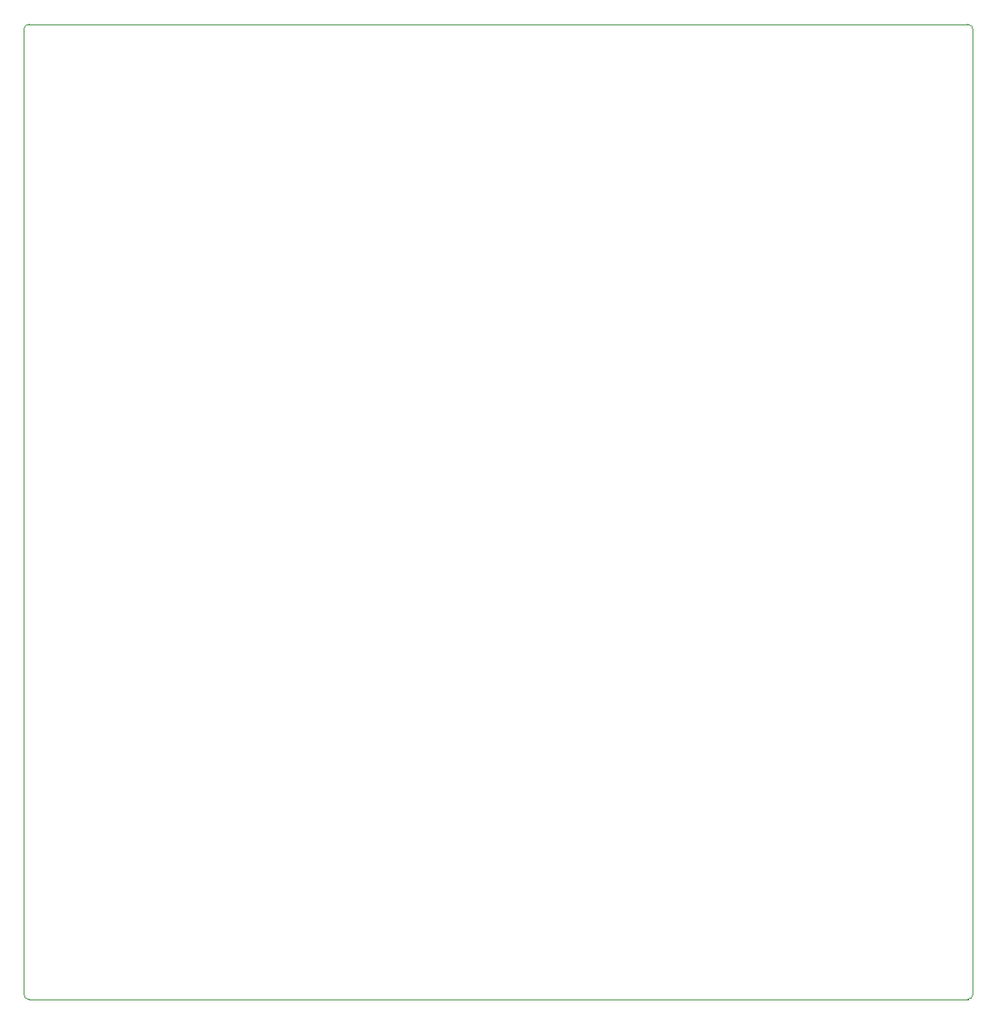
<source format=gbr>
G04 #@! TF.GenerationSoftware,KiCad,Pcbnew,7.0.9*
G04 #@! TF.CreationDate,2024-01-28T19:38:39+01:00*
G04 #@! TF.ProjectId,Labor Netzteil,4c61626f-7220-44e6-9574-7a7465696c2e,rev?*
G04 #@! TF.SameCoordinates,Original*
G04 #@! TF.FileFunction,Profile,NP*
%FSLAX46Y46*%
G04 Gerber Fmt 4.6, Leading zero omitted, Abs format (unit mm)*
G04 Created by KiCad (PCBNEW 7.0.9) date 2024-01-28 19:38:39*
%MOMM*%
%LPD*%
G01*
G04 APERTURE LIST*
G04 #@! TA.AperFunction,Profile*
%ADD10C,0.050000*%
G04 #@! TD*
G04 APERTURE END LIST*
D10*
X193810000Y-134620000D02*
G75*
G03*
X194310000Y-134120000I0J500000D01*
G01*
X99060000Y-134120000D02*
G75*
G03*
X99560000Y-134620000I500000J0D01*
G01*
X99560000Y-36830000D02*
G75*
G03*
X99060000Y-37330000I0J-500000D01*
G01*
X194310000Y-37330000D02*
G75*
G03*
X193810000Y-36830000I-500000J0D01*
G01*
X194310000Y-37330000D02*
X194310000Y-134120000D01*
X99060000Y-134120000D02*
X99060000Y-37330000D01*
X99560000Y-36830000D02*
X193810000Y-36830000D01*
X193810000Y-134620000D02*
X99560000Y-134620000D01*
M02*

</source>
